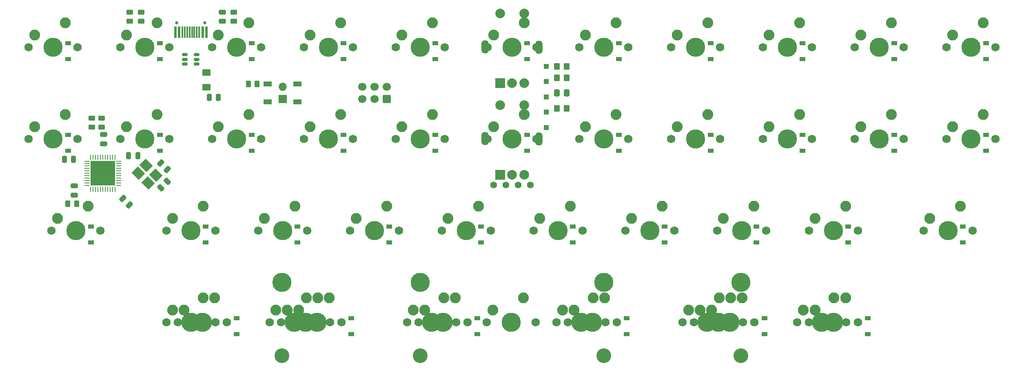
<source format=gbs>
%TF.GenerationSoftware,KiCad,Pcbnew,(6.0.5)*%
%TF.CreationDate,2022-09-22T21:34:51-04:00*%
%TF.ProjectId,vault35_alpha-rounded,7661756c-7433-4355-9f61-6c7068612d72,rev?*%
%TF.SameCoordinates,Original*%
%TF.FileFunction,Soldermask,Bot*%
%TF.FilePolarity,Negative*%
%FSLAX46Y46*%
G04 Gerber Fmt 4.6, Leading zero omitted, Abs format (unit mm)*
G04 Created by KiCad (PCBNEW (6.0.5)) date 2022-09-22 21:34:51*
%MOMM*%
%LPD*%
G01*
G04 APERTURE LIST*
G04 Aperture macros list*
%AMRoundRect*
0 Rectangle with rounded corners*
0 $1 Rounding radius*
0 $2 $3 $4 $5 $6 $7 $8 $9 X,Y pos of 4 corners*
0 Add a 4 corners polygon primitive as box body*
4,1,4,$2,$3,$4,$5,$6,$7,$8,$9,$2,$3,0*
0 Add four circle primitives for the rounded corners*
1,1,$1+$1,$2,$3*
1,1,$1+$1,$4,$5*
1,1,$1+$1,$6,$7*
1,1,$1+$1,$8,$9*
0 Add four rect primitives between the rounded corners*
20,1,$1+$1,$2,$3,$4,$5,0*
20,1,$1+$1,$4,$5,$6,$7,0*
20,1,$1+$1,$6,$7,$8,$9,0*
20,1,$1+$1,$8,$9,$2,$3,0*%
%AMRotRect*
0 Rectangle, with rotation*
0 The origin of the aperture is its center*
0 $1 length*
0 $2 width*
0 $3 Rotation angle, in degrees counterclockwise*
0 Add horizontal line*
21,1,$1,$2,0,0,$3*%
G04 Aperture macros list end*
%ADD10C,2.250000*%
%ADD11C,3.987800*%
%ADD12C,1.750000*%
%ADD13O,1.700000X1.700000*%
%ADD14R,1.700000X1.700000*%
%ADD15C,3.048000*%
%ADD16C,2.000000*%
%ADD17R,2.000000X2.000000*%
%ADD18O,1.500000X2.800000*%
%ADD19C,1.397000*%
%ADD20R,1.200000X0.900000*%
%ADD21RotRect,2.100000X1.800000X135.000000*%
%ADD22R,1.000000X1.000000*%
%ADD23RoundRect,0.150000X-0.450000X-0.150000X0.450000X-0.150000X0.450000X0.150000X-0.450000X0.150000X0*%
%ADD24RoundRect,0.250000X-0.450000X0.262500X-0.450000X-0.262500X0.450000X-0.262500X0.450000X0.262500X0*%
%ADD25RoundRect,0.250001X-0.624999X0.462499X-0.624999X-0.462499X0.624999X-0.462499X0.624999X0.462499X0*%
%ADD26R,5.200000X5.200000*%
%ADD27RoundRect,0.062500X-0.475000X0.062500X-0.475000X-0.062500X0.475000X-0.062500X0.475000X0.062500X0*%
%ADD28RoundRect,0.062500X-0.062500X0.475000X-0.062500X-0.475000X0.062500X-0.475000X0.062500X0.475000X0*%
%ADD29RoundRect,0.250000X-0.512652X-0.159099X-0.159099X-0.512652X0.512652X0.159099X0.159099X0.512652X0*%
%ADD30RoundRect,0.250000X-0.250000X-0.475000X0.250000X-0.475000X0.250000X0.475000X-0.250000X0.475000X0*%
%ADD31RoundRect,0.250000X0.337500X0.475000X-0.337500X0.475000X-0.337500X-0.475000X0.337500X-0.475000X0*%
%ADD32RoundRect,0.250000X-0.262500X-0.450000X0.262500X-0.450000X0.262500X0.450000X-0.262500X0.450000X0*%
%ADD33RoundRect,0.250000X-0.350000X-0.450000X0.350000X-0.450000X0.350000X0.450000X-0.350000X0.450000X0*%
%ADD34R,1.800000X1.100000*%
%ADD35RoundRect,0.250000X0.159099X-0.512652X0.512652X-0.159099X-0.159099X0.512652X-0.512652X0.159099X0*%
%ADD36RoundRect,0.250000X0.250000X0.475000X-0.250000X0.475000X-0.250000X-0.475000X0.250000X-0.475000X0*%
%ADD37RoundRect,0.250000X0.475000X-0.250000X0.475000X0.250000X-0.475000X0.250000X-0.475000X-0.250000X0*%
%ADD38RoundRect,0.250000X0.350000X0.450000X-0.350000X0.450000X-0.350000X-0.450000X0.350000X-0.450000X0*%
%ADD39R,0.550000X2.450000*%
%ADD40R,0.300000X2.450000*%
%ADD41C,0.650000*%
%ADD42RoundRect,0.250000X0.262500X0.450000X-0.262500X0.450000X-0.262500X-0.450000X0.262500X-0.450000X0*%
%ADD43C,1.700000*%
%ADD44RoundRect,0.250000X0.600000X-0.600000X0.600000X0.600000X-0.600000X0.600000X-0.600000X-0.600000X0*%
G04 APERTURE END LIST*
D10*
%TO.C,K_SPACE4*%
X121602500Y-60801250D03*
X115252500Y-63341250D03*
D11*
X119062500Y-65881250D03*
D12*
X113982500Y-65881250D03*
X124142500Y-65881250D03*
%TD*%
D10*
%TO.C,K_SPACE17*%
X159702500Y-79851250D03*
X153352500Y-82391250D03*
D11*
X157162500Y-84931250D03*
D12*
X162242500Y-84931250D03*
X152082500Y-84931250D03*
%TD*%
D10*
%TO.C,K_SPACE30*%
X188277500Y-98901250D03*
X181927500Y-101441250D03*
D11*
X185737500Y-103981250D03*
D12*
X180657500Y-103981250D03*
X190817500Y-103981250D03*
%TD*%
D13*
%TO.C,SW5*%
X109537501Y-74136250D03*
D14*
X109537501Y-76676250D03*
%TD*%
D10*
%TO.C,K_SPACE28*%
X173990000Y-117951250D03*
X167640000Y-120491250D03*
D11*
X171450000Y-123031250D03*
D12*
X176530000Y-123031250D03*
X166370000Y-123031250D03*
%TD*%
D10*
%TO.C,K_SPACE37*%
X95408750Y-117951250D03*
X89058750Y-120491250D03*
D12*
X87788750Y-123031250D03*
X97948750Y-123031250D03*
D11*
X92868750Y-123031250D03*
%TD*%
D10*
%TO.C,K_SPACE9*%
X216852500Y-60801250D03*
X210502500Y-63341250D03*
D11*
X214312500Y-65881250D03*
D12*
X209232500Y-65881250D03*
X219392500Y-65881250D03*
%TD*%
D10*
%TO.C,K_SPACE21*%
X235902500Y-79851250D03*
X229552500Y-82391250D03*
D12*
X228282500Y-84931250D03*
D11*
X233362500Y-84931250D03*
D12*
X238442500Y-84931250D03*
%TD*%
D10*
%TO.C,K_SPACE33*%
X250190000Y-98901250D03*
X243840000Y-101441250D03*
D12*
X252730000Y-103981250D03*
D11*
X247650000Y-103981250D03*
D12*
X242570000Y-103981250D03*
%TD*%
D10*
%TO.C,K_SPACE41*%
X204946250Y-117951250D03*
X198596250Y-120491250D03*
D12*
X197326250Y-123031250D03*
X207486250Y-123031250D03*
D11*
X202406250Y-123031250D03*
%TD*%
%TO.C,K_SPACE40*%
X138112500Y-114776250D03*
D15*
X176212500Y-130016250D03*
D11*
X176212500Y-114776250D03*
D15*
X138112500Y-130016250D03*
%TD*%
D10*
%TO.C,K_SPACE15*%
X121602500Y-79851250D03*
X115252500Y-82391250D03*
D12*
X113982500Y-84931250D03*
D11*
X119062500Y-84931250D03*
D12*
X124142500Y-84931250D03*
%TD*%
D10*
%TO.C,K_SPACE44*%
X116840000Y-117951250D03*
X110490000Y-120491250D03*
D11*
X114300000Y-123031250D03*
D12*
X119380000Y-123031250D03*
X109220000Y-123031250D03*
%TD*%
D10*
%TO.C,K_SPACE10*%
X235902500Y-60801250D03*
X229552500Y-63341250D03*
D11*
X233362500Y-65881250D03*
D12*
X228282500Y-65881250D03*
X238442500Y-65881250D03*
%TD*%
D10*
%TO.C,K_SPACE34*%
X114458750Y-117951250D03*
X108108750Y-120491250D03*
D12*
X106838750Y-123031250D03*
D11*
X111918750Y-123031250D03*
D12*
X116998750Y-123031250D03*
%TD*%
D10*
%TO.C,K_SPACE2*%
X83502500Y-60801250D03*
X77152500Y-63341250D03*
D12*
X75882500Y-65881250D03*
X86042500Y-65881250D03*
D11*
X80962500Y-65881250D03*
%TD*%
D10*
%TO.C,K_SPACE36*%
X200183750Y-117951250D03*
X193833750Y-120491250D03*
D12*
X192563750Y-123031250D03*
X202723750Y-123031250D03*
D11*
X197643750Y-123031250D03*
%TD*%
D10*
%TO.C,K_SPACE47*%
X202565000Y-117951250D03*
X196215000Y-120491250D03*
D12*
X194945000Y-123031250D03*
D11*
X200025000Y-123031250D03*
D12*
X205105000Y-123031250D03*
%TD*%
D10*
%TO.C,K_SPACE14*%
X102552500Y-79851250D03*
X96202500Y-82391250D03*
D11*
X100012500Y-84931250D03*
D12*
X94932500Y-84931250D03*
X105092500Y-84931250D03*
%TD*%
D10*
%TO.C,K_SPACE32*%
X226377500Y-98901250D03*
X220027500Y-101441250D03*
D12*
X228917500Y-103981250D03*
X218757500Y-103981250D03*
D11*
X223837500Y-103981250D03*
%TD*%
D16*
%TO.C,SW2*%
X154662500Y-58874486D03*
X159662500Y-58874486D03*
X157162500Y-73374486D03*
X159662500Y-73374486D03*
D17*
X154662500Y-73374486D03*
D18*
X162762500Y-65874486D03*
X151562500Y-65837186D03*
%TD*%
D16*
%TO.C,SW3*%
X154662500Y-77928031D03*
X159662500Y-77928031D03*
X157162500Y-92428031D03*
X159662500Y-92428031D03*
D17*
X154662500Y-92428031D03*
D18*
X151562500Y-84890731D03*
X162762500Y-84928031D03*
%TD*%
D10*
%TO.C,K_SPACE45*%
X143033750Y-117951250D03*
X136683750Y-120491250D03*
D11*
X140493750Y-123031250D03*
D12*
X145573750Y-123031250D03*
X135413750Y-123031250D03*
%TD*%
D10*
%TO.C,K_SPACE26*%
X131127500Y-98901250D03*
X124777500Y-101441250D03*
D11*
X128587500Y-103981250D03*
D12*
X123507500Y-103981250D03*
X133667500Y-103981250D03*
%TD*%
D10*
%TO.C,K_SPACE25*%
X112077500Y-98901250D03*
X105727500Y-101441250D03*
D11*
X109537500Y-103981250D03*
D12*
X114617500Y-103981250D03*
X104457500Y-103981250D03*
%TD*%
D10*
%TO.C,K_SPACE8*%
X197802500Y-60801250D03*
X191452500Y-63341250D03*
D12*
X200342500Y-65881250D03*
D11*
X195262500Y-65881250D03*
D12*
X190182500Y-65881250D03*
%TD*%
D10*
%TO.C,K_SPACE46*%
X159543750Y-117951250D03*
X153193750Y-120491250D03*
D11*
X109378750Y-114776250D03*
D12*
X162083750Y-123031250D03*
D15*
X109378750Y-130016250D03*
D12*
X151923750Y-123031250D03*
D15*
X204628750Y-130016250D03*
D11*
X157003750Y-123031250D03*
X204628750Y-114776250D03*
%TD*%
D10*
%TO.C,K_SPACE43*%
X93027500Y-117951250D03*
X86677500Y-120491250D03*
D11*
X90487500Y-123031250D03*
D12*
X85407500Y-123031250D03*
X95567500Y-123031250D03*
%TD*%
D10*
%TO.C,K_SPACE20*%
X216852500Y-79851250D03*
X210502500Y-82391250D03*
D11*
X214312500Y-84931250D03*
D12*
X219392500Y-84931250D03*
X209232500Y-84931250D03*
%TD*%
D10*
%TO.C,K_SPACE48*%
X226377500Y-117951250D03*
X220027500Y-120491250D03*
D12*
X218757500Y-123031250D03*
X228917500Y-123031250D03*
D11*
X223837500Y-123031250D03*
%TD*%
D19*
%TO.C,OL1*%
X160972500Y-94554586D03*
X158432500Y-94554586D03*
X155892500Y-94554586D03*
X153352500Y-94554586D03*
%TD*%
D10*
%TO.C,K_SPACE38*%
X119221250Y-117951250D03*
X112871250Y-120491250D03*
D12*
X121761250Y-123031250D03*
X111601250Y-123031250D03*
D11*
X116681250Y-123031250D03*
%TD*%
D10*
%TO.C,K_SPACE11*%
X254952500Y-60801250D03*
X248602500Y-63341250D03*
D12*
X247332500Y-65881250D03*
X257492500Y-65881250D03*
D11*
X252412500Y-65881250D03*
%TD*%
D10*
%TO.C,K_SPACE19*%
X197802500Y-79851250D03*
X191452500Y-82391250D03*
D12*
X200342500Y-84931250D03*
X190182500Y-84931250D03*
D11*
X195262500Y-84931250D03*
%TD*%
D10*
%TO.C,K_SPACE39*%
X145415000Y-117951250D03*
X139065000Y-120491250D03*
D12*
X137795000Y-123031250D03*
D11*
X142875000Y-123031250D03*
D12*
X147955000Y-123031250D03*
%TD*%
%TO.C,K_SPACE23*%
X61595000Y-103981250D03*
D11*
X66675000Y-103981250D03*
D12*
X71755000Y-103981250D03*
D10*
X62865000Y-101441250D03*
X69215000Y-98901250D03*
%TD*%
%TO.C,K_SPACE16*%
X140652500Y-79851250D03*
X134302500Y-82391250D03*
D11*
X138112500Y-84931250D03*
D12*
X133032500Y-84931250D03*
X143192500Y-84931250D03*
%TD*%
D10*
%TO.C,K_SPACE12*%
X64452500Y-79851250D03*
X58102500Y-82391250D03*
D12*
X56832500Y-84931250D03*
D11*
X61912500Y-84931250D03*
D12*
X66992500Y-84931250D03*
%TD*%
D10*
%TO.C,K_SPACE22*%
X254952500Y-79851250D03*
X248602500Y-82391250D03*
D11*
X252412500Y-84931250D03*
D12*
X247332500Y-84931250D03*
X257492500Y-84931250D03*
%TD*%
D10*
%TO.C,K_SPACE42*%
X223996250Y-117951250D03*
X217646250Y-120491250D03*
D12*
X216376250Y-123031250D03*
X226536250Y-123031250D03*
D11*
X221456250Y-123031250D03*
%TD*%
D10*
%TO.C,K_SPACE3*%
X102552500Y-60801250D03*
X96202500Y-63341250D03*
D12*
X105092500Y-65881250D03*
D11*
X100012500Y-65881250D03*
D12*
X94932500Y-65881250D03*
%TD*%
D10*
%TO.C,K_SPACE7*%
X178752500Y-60801250D03*
X172402500Y-63341250D03*
D12*
X181292500Y-65881250D03*
X171132500Y-65881250D03*
D11*
X176212500Y-65881250D03*
%TD*%
D10*
%TO.C,K_SPACE6*%
X159702500Y-60801250D03*
X153352500Y-63341250D03*
D12*
X162242500Y-65881250D03*
D11*
X157162500Y-65881250D03*
D12*
X152082500Y-65881250D03*
%TD*%
D10*
%TO.C,K_SPACE29*%
X169227500Y-98901250D03*
X162877500Y-101441250D03*
D12*
X161607500Y-103981250D03*
D11*
X166687500Y-103981250D03*
D12*
X171767500Y-103981250D03*
%TD*%
D10*
%TO.C,K_SPACE5*%
X140652500Y-60801250D03*
X134302500Y-63341250D03*
D11*
X138112500Y-65881250D03*
D12*
X143192500Y-65881250D03*
X133032500Y-65881250D03*
%TD*%
D10*
%TO.C,K_SPACE35*%
X176371250Y-117951250D03*
X170021250Y-120491250D03*
D12*
X168751250Y-123031250D03*
X178911250Y-123031250D03*
D11*
X173831250Y-123031250D03*
%TD*%
D10*
%TO.C,K_SPACE27*%
X150177500Y-98901250D03*
X143827500Y-101441250D03*
D12*
X142557500Y-103981250D03*
D11*
X147637500Y-103981250D03*
D12*
X152717500Y-103981250D03*
%TD*%
D10*
%TO.C,K_SPACE24*%
X93027500Y-98901250D03*
X86677500Y-101441250D03*
D12*
X95567500Y-103981250D03*
X85407500Y-103981250D03*
D11*
X90487500Y-103981250D03*
%TD*%
D10*
%TO.C,K_SPACE18*%
X178752500Y-79851250D03*
X172402500Y-82391250D03*
D12*
X181292500Y-84931250D03*
D11*
X176212500Y-84931250D03*
D12*
X171132500Y-84931250D03*
%TD*%
D10*
%TO.C,K_SPACE31*%
X207327500Y-98901250D03*
X200977500Y-101441250D03*
D12*
X199707500Y-103981250D03*
X209867500Y-103981250D03*
D11*
X204787500Y-103981250D03*
%TD*%
D10*
%TO.C,K_SPACE1*%
X64452500Y-60801250D03*
X58102500Y-63341250D03*
D12*
X56832500Y-65881250D03*
D11*
X61912500Y-65881250D03*
D12*
X66992500Y-65881250D03*
%TD*%
D10*
%TO.C,K_SPACE13*%
X83502500Y-79851250D03*
X77152500Y-82391250D03*
D12*
X75882500Y-84931250D03*
X86042500Y-84931250D03*
D11*
X80962500Y-84931250D03*
%TD*%
D20*
%TO.C,D_SPACE17*%
X160298440Y-84075000D03*
X160298440Y-87375000D03*
%TD*%
%TO.C,D_SPACE34*%
X100012500Y-122175000D03*
X100012500Y-125475000D03*
%TD*%
%TO.C,D_SPACE5*%
X141212656Y-65025000D03*
X141212656Y-68325000D03*
%TD*%
%TO.C,D_SPACE1*%
X65014844Y-65025000D03*
X65014844Y-68325000D03*
%TD*%
%TO.C,D_SPACE32*%
X226942192Y-103125000D03*
X226942192Y-106425000D03*
%TD*%
D21*
%TO.C,X1*%
X83262342Y-92466442D03*
X81211732Y-90415832D03*
X79585386Y-92042178D03*
X81635996Y-94092788D03*
%TD*%
D20*
%TO.C,D_SPACE36*%
X149949808Y-122175000D03*
X149949808Y-125475000D03*
%TD*%
D22*
%TO.C,TP1*%
X164306250Y-76200000D03*
%TD*%
D23*
%TO.C,U1*%
X91687500Y-69368750D03*
X91687500Y-68418750D03*
X91687500Y-67468750D03*
X89287500Y-67468750D03*
X89287500Y-68418750D03*
X89287500Y-69368750D03*
%TD*%
D24*
%TO.C,UR5*%
X99382580Y-60463750D03*
X99382580Y-58638750D03*
%TD*%
D25*
%TO.C,F1*%
X93735235Y-74160785D03*
X93735235Y-71185785D03*
%TD*%
D22*
%TO.C,TP4*%
X164306250Y-69850000D03*
%TD*%
D20*
%TO.C,D_SPACE38*%
X180975000Y-122175000D03*
X180975000Y-125475000D03*
%TD*%
%TO.C,D_SPACE25*%
X112639710Y-103125000D03*
X112639710Y-106425000D03*
%TD*%
D24*
%TO.C,UR3*%
X77787500Y-60443750D03*
X77787500Y-58618750D03*
%TD*%
D20*
%TO.C,D_SPACE18*%
X179340628Y-84075000D03*
X179340628Y-87375000D03*
%TD*%
D26*
%TO.C,U2*%
X72231250Y-92075000D03*
D27*
X68893750Y-89575000D03*
X68893750Y-90075000D03*
X68893750Y-90575000D03*
X68893750Y-91075000D03*
X68893750Y-91575000D03*
X68893750Y-92075000D03*
X68893750Y-92575000D03*
X68893750Y-93075000D03*
X68893750Y-93575000D03*
X68893750Y-94075000D03*
X68893750Y-94575000D03*
D28*
X69731250Y-95412500D03*
X70231250Y-95412500D03*
X70731250Y-95412500D03*
X71231250Y-95412500D03*
X71731250Y-95412500D03*
X72231250Y-95412500D03*
X72731250Y-95412500D03*
X73231250Y-95412500D03*
X73731250Y-95412500D03*
X74231250Y-95412500D03*
X74731250Y-95412500D03*
D27*
X75568750Y-94575000D03*
X75568750Y-94075000D03*
X75568750Y-93575000D03*
X75568750Y-93075000D03*
X75568750Y-92575000D03*
X75568750Y-92075000D03*
X75568750Y-91575000D03*
X75568750Y-91075000D03*
X75568750Y-90575000D03*
X75568750Y-90075000D03*
X75568750Y-89575000D03*
D28*
X74731250Y-88737500D03*
X74231250Y-88737500D03*
X73731250Y-88737500D03*
X73231250Y-88737500D03*
X72731250Y-88737500D03*
X72231250Y-88737500D03*
X71731250Y-88737500D03*
X71231250Y-88737500D03*
X70731250Y-88737500D03*
X70231250Y-88737500D03*
X69731250Y-88737500D03*
%TD*%
D20*
%TO.C,D_SPACE9*%
X217410468Y-65025000D03*
X217410468Y-68325000D03*
%TD*%
%TO.C,D_SPACE13*%
X84064297Y-84075000D03*
X84064297Y-87375000D03*
%TD*%
D29*
%TO.C,C2*%
X85603001Y-91281250D03*
X84259499Y-89937748D03*
%TD*%
D30*
%TO.C,C4*%
X96201355Y-76295266D03*
X94301355Y-76295266D03*
%TD*%
D20*
%TO.C,D_SPACE35*%
X123825000Y-122175000D03*
X123825000Y-125475000D03*
%TD*%
%TO.C,D_SPACE12*%
X65014844Y-84075000D03*
X65014844Y-87375000D03*
%TD*%
%TO.C,D_SPACE29*%
X169790949Y-103125000D03*
X169790949Y-106425000D03*
%TD*%
D31*
%TO.C,C10*%
X166443750Y-75406250D03*
X168518750Y-75406250D03*
%TD*%
D22*
%TO.C,TP2*%
X164306250Y-82550000D03*
%TD*%
D20*
%TO.C,D_SPACE2*%
X84064297Y-65025000D03*
X84064297Y-68325000D03*
%TD*%
D22*
%TO.C,TP3*%
X164306250Y-79375000D03*
%TD*%
D24*
%TO.C,UR1*%
X71972829Y-82498302D03*
X71972829Y-80673302D03*
%TD*%
D20*
%TO.C,D_SPACE20*%
X217425004Y-84075000D03*
X217425004Y-87375000D03*
%TD*%
%TO.C,D_SPACE24*%
X93589297Y-103125000D03*
X93589297Y-106425000D03*
%TD*%
%TO.C,D_SPACE21*%
X236467192Y-84075000D03*
X236467192Y-87375000D03*
%TD*%
%TO.C,D_SPACE15*%
X122163203Y-84075000D03*
X122163203Y-87375000D03*
%TD*%
%TO.C,D_SPACE26*%
X131690123Y-103125000D03*
X131690123Y-106425000D03*
%TD*%
D32*
%TO.C,R2*%
X66793750Y-98425000D03*
X64968750Y-98425000D03*
%TD*%
D20*
%TO.C,D_SPACE16*%
X141256252Y-84075000D03*
X141256252Y-87375000D03*
%TD*%
%TO.C,D_SPACE14*%
X103113750Y-84075000D03*
X103113750Y-87375000D03*
%TD*%
D22*
%TO.C,TP5*%
X164306250Y-73025000D03*
%TD*%
D20*
%TO.C,D_SPACE30*%
X188841362Y-103125000D03*
X188841362Y-106425000D03*
%TD*%
D33*
%TO.C,UR8*%
X168481250Y-72231250D03*
X166481250Y-72231250D03*
%TD*%
D34*
%TO.C,SW1*%
X112637501Y-73556249D03*
X106437501Y-73556249D03*
X106437501Y-77256249D03*
X112637501Y-77256249D03*
%TD*%
D30*
%TO.C,C6*%
X79496625Y-88395622D03*
X77596625Y-88395622D03*
%TD*%
D20*
%TO.C,D_SPACE4*%
X122163203Y-65025000D03*
X122163203Y-68325000D03*
%TD*%
D35*
%TO.C,C1*%
X85603001Y-93784499D03*
X84259499Y-95128001D03*
%TD*%
D20*
%TO.C,D_SPACE11*%
X255509381Y-65025000D03*
X255509381Y-68325000D03*
%TD*%
D36*
%TO.C,C8*%
X64246724Y-89155308D03*
X66146724Y-89155308D03*
%TD*%
D24*
%TO.C,UR2*%
X69972829Y-82498304D03*
X69972829Y-80673304D03*
%TD*%
D20*
%TO.C,D_SPACE10*%
X236459921Y-65025000D03*
X236459921Y-68325000D03*
%TD*%
%TO.C,D_SPACE40*%
X230981250Y-122175000D03*
X230981250Y-125475000D03*
%TD*%
D33*
%TO.C,UR7*%
X168481250Y-69850000D03*
X166481250Y-69850000D03*
%TD*%
D20*
%TO.C,D_SPACE8*%
X198361015Y-65025000D03*
X198361015Y-68325000D03*
%TD*%
%TO.C,D_SPACE39*%
X209550000Y-122175000D03*
X209550000Y-125475000D03*
%TD*%
D37*
%TO.C,C3*%
X72412124Y-84044574D03*
X72412124Y-85944574D03*
%TD*%
D20*
%TO.C,D_SPACE3*%
X103113750Y-65025000D03*
X103113750Y-68325000D03*
%TD*%
D29*
%TO.C,C5*%
X77729282Y-98663929D03*
X76385780Y-97320427D03*
%TD*%
D37*
%TO.C,C7*%
X66318507Y-94701211D03*
X66318507Y-96601211D03*
%TD*%
D20*
%TO.C,D_SPACE27*%
X150740536Y-103125000D03*
X150740536Y-106425000D03*
%TD*%
%TO.C,D_SPACE23*%
X69787601Y-103125000D03*
X69787601Y-106425000D03*
%TD*%
%TO.C,D_SPACE31*%
X207891775Y-103125000D03*
X207891775Y-106425000D03*
%TD*%
%TO.C,D_SPACE7*%
X179311562Y-65025000D03*
X179311562Y-68325000D03*
%TD*%
D38*
%TO.C,UR6*%
X166481250Y-78581250D03*
X168481250Y-78581250D03*
%TD*%
D37*
%TO.C,C9*%
X97001330Y-58601250D03*
X97001330Y-60501250D03*
%TD*%
D20*
%TO.C,D_SPACE33*%
X250745349Y-103125000D03*
X250745349Y-106425000D03*
%TD*%
D39*
%TO.C,USB1*%
X93712500Y-62743938D03*
X92937500Y-62743938D03*
D40*
X92237500Y-62743938D03*
X91737500Y-62743938D03*
X91237500Y-62743938D03*
X90737500Y-62743938D03*
X90237500Y-62743938D03*
X89737500Y-62743938D03*
X89237500Y-62743938D03*
X88737500Y-62743938D03*
D39*
X88037500Y-62743938D03*
X87262500Y-62743938D03*
D41*
X93377500Y-60798938D03*
X87597500Y-60798938D03*
%TD*%
D42*
%TO.C,R1*%
X102417718Y-73506249D03*
X104242718Y-73506249D03*
%TD*%
D43*
%TO.C,J1*%
X126052500Y-74144856D03*
X126052500Y-76684856D03*
X128592500Y-74144856D03*
X128592500Y-76684856D03*
X131132500Y-74144856D03*
D44*
X131132500Y-76684856D03*
%TD*%
D20*
%TO.C,D_SPACE19*%
X198382816Y-84075000D03*
X198382816Y-87375000D03*
%TD*%
%TO.C,D_SPACE22*%
X255509381Y-84075000D03*
X255509381Y-87375000D03*
%TD*%
D24*
%TO.C,UR4*%
X80168750Y-60443750D03*
X80168750Y-58618750D03*
%TD*%
D20*
%TO.C,D_SPACE6*%
X160262109Y-65025000D03*
X160262109Y-68325000D03*
%TD*%
M02*

</source>
